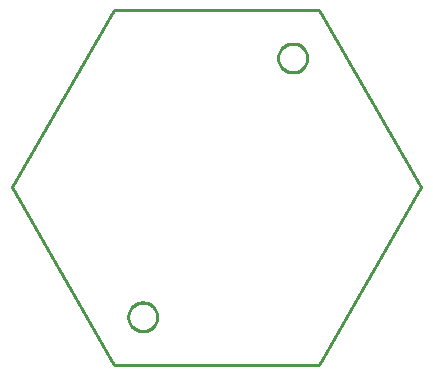
<source format=gbr>
G04 EAGLE Gerber RS-274X export*
G75*
%MOMM*%
%FSLAX34Y34*%
%LPD*%
%IN*%
%IPPOS*%
%AMOC8*
5,1,8,0,0,1.08239X$1,22.5*%
G01*
%ADD10C,0.254000*%


D10*
X171415Y346202D02*
X258015Y196202D01*
X431215Y196202D01*
X517815Y346202D01*
X431215Y496202D01*
X258015Y496202D01*
X171415Y346202D01*
X294496Y236096D02*
X294420Y235141D01*
X294270Y234194D01*
X294047Y233261D01*
X293750Y232350D01*
X293384Y231464D01*
X292948Y230610D01*
X292447Y229792D01*
X291884Y229017D01*
X291261Y228288D01*
X290583Y227610D01*
X289854Y226987D01*
X289079Y226424D01*
X288261Y225923D01*
X287407Y225488D01*
X286521Y225121D01*
X285610Y224825D01*
X284678Y224601D01*
X283731Y224451D01*
X282775Y224376D01*
X281816Y224376D01*
X280861Y224451D01*
X279914Y224601D01*
X278981Y224825D01*
X278070Y225121D01*
X277184Y225488D01*
X276330Y225923D01*
X275512Y226424D01*
X274737Y226987D01*
X274008Y227610D01*
X273330Y228288D01*
X272707Y229017D01*
X272144Y229792D01*
X271643Y230610D01*
X271208Y231464D01*
X270841Y232350D01*
X270545Y233261D01*
X270321Y234194D01*
X270171Y235141D01*
X270096Y236096D01*
X270096Y237055D01*
X270171Y238011D01*
X270321Y238958D01*
X270545Y239890D01*
X270841Y240801D01*
X271208Y241687D01*
X271643Y242541D01*
X272144Y243359D01*
X272707Y244134D01*
X273330Y244863D01*
X274008Y245541D01*
X274737Y246164D01*
X275512Y246727D01*
X276330Y247228D01*
X277184Y247664D01*
X278070Y248030D01*
X278981Y248327D01*
X279914Y248550D01*
X280861Y248700D01*
X281816Y248776D01*
X282775Y248776D01*
X283731Y248700D01*
X284678Y248550D01*
X285610Y248327D01*
X286521Y248030D01*
X287407Y247664D01*
X288261Y247228D01*
X289079Y246727D01*
X289854Y246164D01*
X290583Y245541D01*
X291261Y244863D01*
X291884Y244134D01*
X292447Y243359D01*
X292948Y242541D01*
X293384Y241687D01*
X293750Y240801D01*
X294047Y239890D01*
X294270Y238958D01*
X294420Y238011D01*
X294496Y237055D01*
X294496Y236096D01*
X421369Y455298D02*
X421293Y454343D01*
X421143Y453396D01*
X420920Y452463D01*
X420623Y451552D01*
X420257Y450666D01*
X419821Y449812D01*
X419320Y448994D01*
X418757Y448219D01*
X418134Y447490D01*
X417456Y446812D01*
X416727Y446189D01*
X415952Y445626D01*
X415134Y445125D01*
X414280Y444690D01*
X413395Y444323D01*
X412483Y444027D01*
X411551Y443803D01*
X410604Y443653D01*
X409648Y443578D01*
X408689Y443578D01*
X407734Y443653D01*
X406787Y443803D01*
X405855Y444027D01*
X404943Y444323D01*
X404057Y444690D01*
X403203Y445125D01*
X402385Y445626D01*
X401610Y446189D01*
X400881Y446812D01*
X400203Y447490D01*
X399580Y448219D01*
X399017Y448994D01*
X398516Y449812D01*
X398081Y450666D01*
X397714Y451552D01*
X397418Y452463D01*
X397194Y453396D01*
X397044Y454343D01*
X396969Y455298D01*
X396969Y456257D01*
X397044Y457213D01*
X397194Y458160D01*
X397418Y459092D01*
X397714Y460003D01*
X398081Y460889D01*
X398516Y461743D01*
X399017Y462561D01*
X399580Y463336D01*
X400203Y464065D01*
X400881Y464743D01*
X401610Y465366D01*
X402385Y465929D01*
X403203Y466430D01*
X404057Y466866D01*
X404943Y467232D01*
X405855Y467529D01*
X406787Y467752D01*
X407734Y467902D01*
X408689Y467978D01*
X409648Y467978D01*
X410604Y467902D01*
X411551Y467752D01*
X412483Y467529D01*
X413395Y467232D01*
X414280Y466866D01*
X415134Y466430D01*
X415952Y465929D01*
X416727Y465366D01*
X417456Y464743D01*
X418134Y464065D01*
X418757Y463336D01*
X419320Y462561D01*
X419821Y461743D01*
X420257Y460889D01*
X420623Y460003D01*
X420920Y459092D01*
X421143Y458160D01*
X421293Y457213D01*
X421369Y456257D01*
X421369Y455298D01*
M02*

</source>
